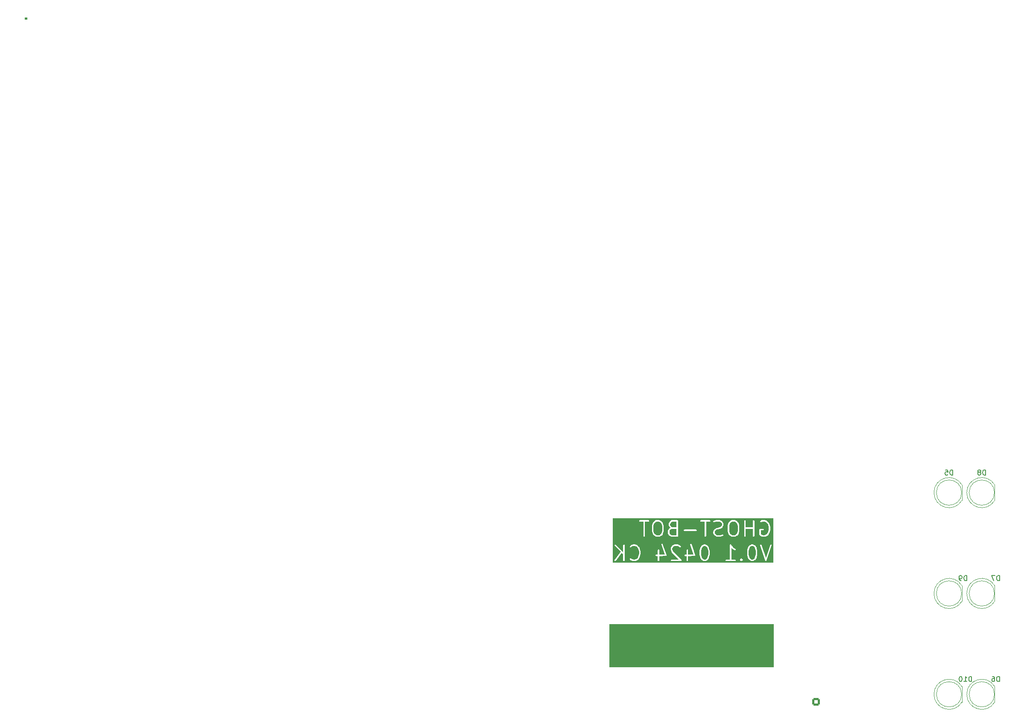
<source format=gbo>
%TF.GenerationSoftware,KiCad,Pcbnew,8.0.0*%
%TF.CreationDate,2024-04-12T21:24:50+10:00*%
%TF.ProjectId,ghost-bot,67686f73-742d-4626-9f74-2e6b69636164,rev?*%
%TF.SameCoordinates,Original*%
%TF.FileFunction,Legend,Bot*%
%TF.FilePolarity,Positive*%
%FSLAX46Y46*%
G04 Gerber Fmt 4.6, Leading zero omitted, Abs format (unit mm)*
G04 Created by KiCad (PCBNEW 8.0.0) date 2024-04-12 21:24:50*
%MOMM*%
%LPD*%
G01*
G04 APERTURE LIST*
G04 Aperture macros list*
%AMRoundRect*
0 Rectangle with rounded corners*
0 $1 Rounding radius*
0 $2 $3 $4 $5 $6 $7 $8 $9 X,Y pos of 4 corners*
0 Add a 4 corners polygon primitive as box body*
4,1,4,$2,$3,$4,$5,$6,$7,$8,$9,$2,$3,0*
0 Add four circle primitives for the rounded corners*
1,1,$1+$1,$2,$3*
1,1,$1+$1,$4,$5*
1,1,$1+$1,$6,$7*
1,1,$1+$1,$8,$9*
0 Add four rect primitives between the rounded corners*
20,1,$1+$1,$2,$3,$4,$5,0*
20,1,$1+$1,$4,$5,$6,$7,0*
20,1,$1+$1,$6,$7,$8,$9,0*
20,1,$1+$1,$8,$9,$2,$3,0*%
G04 Aperture macros list end*
%ADD10C,0.100000*%
%ADD11C,0.300000*%
%ADD12C,0.200000*%
%ADD13C,0.150000*%
%ADD14C,0.120000*%
%ADD15RoundRect,0.450000X-0.450000X-0.450000X0.450000X-0.450000X0.450000X0.450000X-0.450000X0.450000X0*%
%ADD16C,1.800000*%
%ADD17C,1.500000*%
%ADD18RoundRect,0.250000X-0.550000X0.550000X-0.550000X-0.550000X0.550000X-0.550000X0.550000X0.550000X0*%
%ADD19C,1.600000*%
%ADD20R,1.600000X1.600000*%
%ADD21O,1.600000X1.600000*%
%ADD22R,1.700000X1.700000*%
%ADD23O,1.700000X1.700000*%
%ADD24R,1.800000X1.800000*%
%ADD25C,2.000000*%
%ADD26O,2.500000X5.000000*%
%ADD27C,2.700000*%
G04 APERTURE END LIST*
D10*
X115685000Y-120060000D02*
X148185000Y-120060000D01*
X148185000Y-128560000D01*
X115685000Y-128560000D01*
X115685000Y-120060000D01*
G36*
X115685000Y-120060000D02*
G01*
X148185000Y-120060000D01*
X148185000Y-128560000D01*
X115685000Y-128560000D01*
X115685000Y-120060000D01*
G37*
D11*
G36*
X134894059Y-104688365D02*
G01*
X135004518Y-104796106D01*
X135129171Y-105040345D01*
X135266233Y-105577933D01*
X135268859Y-106255456D01*
X135137166Y-106792861D01*
X135012236Y-107047970D01*
X134904497Y-107158428D01*
X134671118Y-107277538D01*
X134455550Y-107279511D01*
X134224061Y-107166147D01*
X134113603Y-107058407D01*
X133988948Y-106814166D01*
X133851886Y-106276579D01*
X133849260Y-105599056D01*
X133980954Y-105061650D01*
X134105882Y-104806545D01*
X134213624Y-104696084D01*
X134447001Y-104576975D01*
X134662569Y-104575002D01*
X134894059Y-104688365D01*
G37*
G36*
X144322630Y-104688365D02*
G01*
X144433089Y-104796106D01*
X144557742Y-105040345D01*
X144694804Y-105577933D01*
X144697430Y-106255456D01*
X144565737Y-106792861D01*
X144440807Y-107047970D01*
X144333068Y-107158428D01*
X144099689Y-107277538D01*
X143884121Y-107279511D01*
X143652632Y-107166147D01*
X143542174Y-107058407D01*
X143417519Y-106814166D01*
X143280457Y-106276579D01*
X143277831Y-105599056D01*
X143409525Y-105061650D01*
X143534453Y-104806545D01*
X143642195Y-104696084D01*
X143875572Y-104576975D01*
X144091140Y-104575002D01*
X144322630Y-104688365D01*
G37*
G36*
X125750915Y-99858393D02*
G01*
X125994158Y-100098421D01*
X126123367Y-100605211D01*
X126126064Y-101568228D01*
X125998411Y-102089146D01*
X125762619Y-102328096D01*
X125528526Y-102447571D01*
X125027583Y-102449974D01*
X124795776Y-102336456D01*
X124552533Y-102096426D01*
X124423324Y-101589637D01*
X124420627Y-100626620D01*
X124548280Y-100105701D01*
X124784071Y-99866753D01*
X125018165Y-99747278D01*
X125519108Y-99744875D01*
X125750915Y-99858393D01*
G37*
G36*
X128983200Y-102447787D02*
G01*
X128027912Y-102450136D01*
X127795489Y-102336316D01*
X127685030Y-102228575D01*
X127566010Y-101995371D01*
X127563755Y-101637167D01*
X127677311Y-101405282D01*
X127778932Y-101301098D01*
X128147010Y-101175949D01*
X128981988Y-101173611D01*
X128983200Y-102447787D01*
G37*
G36*
X128981705Y-100876412D02*
G01*
X128170721Y-100878683D01*
X127938346Y-100764886D01*
X127827888Y-100657147D01*
X127708778Y-100423769D01*
X127706805Y-100208200D01*
X127820169Y-99976711D01*
X127927909Y-99866252D01*
X128160902Y-99747339D01*
X128980629Y-99745044D01*
X128981705Y-100876412D01*
G37*
G36*
X140750915Y-99858393D02*
G01*
X140994158Y-100098421D01*
X141123367Y-100605211D01*
X141126064Y-101568228D01*
X140998411Y-102089146D01*
X140762619Y-102328096D01*
X140528526Y-102447571D01*
X140027583Y-102449974D01*
X139795776Y-102336456D01*
X139552533Y-102096426D01*
X139423324Y-101589637D01*
X139420627Y-100626620D01*
X139548280Y-100105701D01*
X139784071Y-99866753D01*
X140018165Y-99747278D01*
X140519108Y-99744875D01*
X140750915Y-99858393D01*
G37*
G36*
X148184073Y-107910590D02*
G01*
X116361663Y-107910590D01*
X116361663Y-107419094D01*
X116694996Y-107419094D01*
X116703273Y-107477031D01*
X116733092Y-107527393D01*
X116779914Y-107562510D01*
X116836611Y-107577035D01*
X116894548Y-107568758D01*
X116944910Y-107538939D01*
X116964774Y-107517257D01*
X118146263Y-105937575D01*
X118410747Y-106201438D01*
X118411942Y-107456521D01*
X118434340Y-107510593D01*
X118475724Y-107551977D01*
X118529796Y-107574375D01*
X118588324Y-107574375D01*
X118642396Y-107551977D01*
X118683780Y-107510593D01*
X118706178Y-107456521D01*
X118709060Y-107427257D01*
X118708816Y-107170804D01*
X119697656Y-107170804D01*
X119720053Y-107224877D01*
X119738708Y-107247608D01*
X119867625Y-107373353D01*
X119869132Y-107376367D01*
X119883414Y-107388754D01*
X119904295Y-107409121D01*
X119909276Y-107411184D01*
X119913346Y-107414714D01*
X119940197Y-107426703D01*
X120367208Y-107566202D01*
X120386939Y-107574375D01*
X120394507Y-107575120D01*
X120397442Y-107576079D01*
X120401391Y-107575798D01*
X120416203Y-107577257D01*
X120700633Y-107574654D01*
X120720678Y-107576079D01*
X120728045Y-107574403D01*
X120731181Y-107574375D01*
X120734843Y-107572857D01*
X120749351Y-107569559D01*
X121155350Y-107431518D01*
X121159751Y-107431518D01*
X121179916Y-107423165D01*
X121204773Y-107414714D01*
X121208843Y-107411183D01*
X121213823Y-107409121D01*
X121236554Y-107390466D01*
X121518773Y-107104467D01*
X121534702Y-107090653D01*
X121538748Y-107084224D01*
X121540924Y-107082020D01*
X121542439Y-107078360D01*
X121550367Y-107065767D01*
X121686050Y-106788700D01*
X121694688Y-106777043D01*
X121702587Y-106754931D01*
X121703734Y-106752590D01*
X121703810Y-106751506D01*
X121704581Y-106749351D01*
X121776340Y-106456521D01*
X124840513Y-106456521D01*
X124862911Y-106510593D01*
X124904295Y-106551977D01*
X124958367Y-106574375D01*
X124987631Y-106577257D01*
X125267835Y-106576828D01*
X125269085Y-107456521D01*
X125291483Y-107510593D01*
X125332867Y-107551977D01*
X125386939Y-107574375D01*
X125445467Y-107574375D01*
X125499539Y-107551977D01*
X125540923Y-107510593D01*
X125563321Y-107456521D01*
X125566203Y-107427257D01*
X125564994Y-106576374D01*
X126840275Y-106574426D01*
X126863535Y-106576080D01*
X126868625Y-106574383D01*
X126874038Y-106574375D01*
X126896240Y-106565178D01*
X126919059Y-106557572D01*
X126923132Y-106554038D01*
X126928110Y-106551977D01*
X126945104Y-106534982D01*
X126963274Y-106519224D01*
X126965684Y-106514402D01*
X126969494Y-106510593D01*
X126978692Y-106488386D01*
X126989447Y-106466877D01*
X126989829Y-106461500D01*
X126991892Y-106456521D01*
X126991892Y-106432482D01*
X126993597Y-106408497D01*
X126991892Y-106400998D01*
X126991892Y-106397993D01*
X126990376Y-106394335D01*
X126987077Y-106379823D01*
X126524763Y-104998685D01*
X127837631Y-104998685D01*
X127840233Y-105283116D01*
X127838809Y-105303161D01*
X127840484Y-105310528D01*
X127840513Y-105313664D01*
X127842030Y-105317326D01*
X127845329Y-105331834D01*
X127983370Y-105737832D01*
X127983370Y-105742234D01*
X127991722Y-105762399D01*
X128000174Y-105787256D01*
X128003704Y-105791326D01*
X128005767Y-105796306D01*
X128024422Y-105819037D01*
X129486620Y-107277804D01*
X127958367Y-107280139D01*
X127904295Y-107302537D01*
X127862911Y-107343921D01*
X127840513Y-107397993D01*
X127840513Y-107456521D01*
X127862911Y-107510593D01*
X127904295Y-107551977D01*
X127958367Y-107574375D01*
X127987631Y-107577257D01*
X129874038Y-107574375D01*
X129889874Y-107567814D01*
X129928110Y-107551978D01*
X129969495Y-107510593D01*
X129991892Y-107456520D01*
X129991892Y-107397994D01*
X129984365Y-107379823D01*
X129979359Y-107367736D01*
X129969495Y-107343922D01*
X129950840Y-107321191D01*
X129084136Y-106456521D01*
X130554799Y-106456521D01*
X130577197Y-106510593D01*
X130618581Y-106551977D01*
X130672653Y-106574375D01*
X130701917Y-106577257D01*
X130982121Y-106576828D01*
X130983371Y-107456521D01*
X131005769Y-107510593D01*
X131047153Y-107551977D01*
X131101225Y-107574375D01*
X131159753Y-107574375D01*
X131213825Y-107551977D01*
X131255209Y-107510593D01*
X131277607Y-107456521D01*
X131280489Y-107427257D01*
X131279280Y-106576374D01*
X132554561Y-106574426D01*
X132577821Y-106576080D01*
X132582911Y-106574383D01*
X132588324Y-106574375D01*
X132610526Y-106565178D01*
X132633345Y-106557572D01*
X132637418Y-106554038D01*
X132642396Y-106551977D01*
X132659390Y-106534982D01*
X132677560Y-106519224D01*
X132679970Y-106514402D01*
X132683780Y-106510593D01*
X132692978Y-106488386D01*
X132703733Y-106466877D01*
X132704115Y-106461500D01*
X132706178Y-106456521D01*
X132706178Y-106432482D01*
X132707883Y-106408497D01*
X132706178Y-106400998D01*
X132706178Y-106397993D01*
X132704662Y-106394335D01*
X132701363Y-106379823D01*
X132430326Y-105570114D01*
X133551917Y-105570114D01*
X133554647Y-106274533D01*
X133552094Y-106291691D01*
X133554784Y-106309882D01*
X133554799Y-106313664D01*
X133555646Y-106315708D01*
X133556396Y-106320780D01*
X133699014Y-106880163D01*
X133700101Y-106895447D01*
X133708522Y-106917455D01*
X133709146Y-106919900D01*
X133709791Y-106920771D01*
X133710610Y-106922910D01*
X133855090Y-107205996D01*
X133862911Y-107224877D01*
X133867713Y-107230728D01*
X133869133Y-107233510D01*
X133872126Y-107236106D01*
X133881566Y-107247608D01*
X134026150Y-107388635D01*
X134038521Y-107402899D01*
X134044873Y-107406897D01*
X134047153Y-107409121D01*
X134050815Y-107410637D01*
X134063407Y-107418564D01*
X134330016Y-107549126D01*
X134332867Y-107551977D01*
X134352138Y-107559959D01*
X134376584Y-107571931D01*
X134381961Y-107572313D01*
X134386939Y-107574375D01*
X134416203Y-107577257D01*
X134679462Y-107574848D01*
X134683155Y-107576079D01*
X134703583Y-107574627D01*
X134731181Y-107574375D01*
X134736159Y-107572312D01*
X134741535Y-107571931D01*
X134768999Y-107561421D01*
X134974535Y-107456521D01*
X138697656Y-107456521D01*
X138720054Y-107510593D01*
X138761438Y-107551977D01*
X138815510Y-107574375D01*
X138844774Y-107577257D01*
X140588324Y-107574375D01*
X140642396Y-107551977D01*
X140683780Y-107510593D01*
X140706178Y-107456521D01*
X140706178Y-107397993D01*
X140683780Y-107343921D01*
X140653522Y-107313663D01*
X141554799Y-107313663D01*
X141577196Y-107367736D01*
X141577200Y-107367740D01*
X141595851Y-107390466D01*
X141761438Y-107551978D01*
X141799673Y-107567814D01*
X141815510Y-107574375D01*
X141815511Y-107574375D01*
X141874037Y-107574375D01*
X141874038Y-107574375D01*
X141905311Y-107561421D01*
X141928109Y-107551978D01*
X141950840Y-107533323D01*
X142112352Y-107367736D01*
X142134749Y-107313663D01*
X142134749Y-107255137D01*
X142112352Y-107201065D01*
X142093697Y-107178334D01*
X141928110Y-107016821D01*
X141880346Y-106997037D01*
X141874038Y-106994424D01*
X141815510Y-106994424D01*
X141809202Y-106997037D01*
X141761438Y-107016821D01*
X141738708Y-107035476D01*
X141577196Y-107201065D01*
X141554799Y-107255138D01*
X141554799Y-107313663D01*
X140653522Y-107313663D01*
X140642396Y-107302537D01*
X140588324Y-107280139D01*
X140559060Y-107277257D01*
X139851775Y-107278426D01*
X139850150Y-105570114D01*
X142980488Y-105570114D01*
X142983218Y-106274533D01*
X142980665Y-106291691D01*
X142983355Y-106309882D01*
X142983370Y-106313664D01*
X142984217Y-106315708D01*
X142984967Y-106320780D01*
X143127585Y-106880163D01*
X143128672Y-106895447D01*
X143137093Y-106917455D01*
X143137717Y-106919900D01*
X143138362Y-106920771D01*
X143139181Y-106922910D01*
X143283661Y-107205996D01*
X143291482Y-107224877D01*
X143296284Y-107230728D01*
X143297704Y-107233510D01*
X143300697Y-107236106D01*
X143310137Y-107247608D01*
X143454721Y-107388635D01*
X143467092Y-107402899D01*
X143473444Y-107406897D01*
X143475724Y-107409121D01*
X143479386Y-107410637D01*
X143491978Y-107418564D01*
X143758587Y-107549126D01*
X143761438Y-107551977D01*
X143780709Y-107559959D01*
X143805155Y-107571931D01*
X143810532Y-107572313D01*
X143815510Y-107574375D01*
X143844774Y-107577257D01*
X144108033Y-107574848D01*
X144111726Y-107576079D01*
X144132154Y-107574627D01*
X144159752Y-107574375D01*
X144164730Y-107572312D01*
X144170106Y-107571931D01*
X144197570Y-107561421D01*
X144480651Y-107416944D01*
X144499539Y-107409121D01*
X144505391Y-107404317D01*
X144508171Y-107402899D01*
X144510766Y-107399906D01*
X144522269Y-107390466D01*
X144663291Y-107245883D01*
X144677559Y-107233510D01*
X144681559Y-107227154D01*
X144683781Y-107224877D01*
X144685296Y-107221217D01*
X144693224Y-107208624D01*
X144828907Y-106931557D01*
X144837545Y-106919900D01*
X144845444Y-106897788D01*
X144846591Y-106895447D01*
X144846667Y-106894363D01*
X144847438Y-106892208D01*
X144985330Y-106329503D01*
X144991892Y-106313664D01*
X144993692Y-106295382D01*
X144994597Y-106291691D01*
X144994271Y-106289503D01*
X144994774Y-106284400D01*
X144992043Y-105579979D01*
X144994597Y-105562822D01*
X144991906Y-105544630D01*
X144991892Y-105540850D01*
X144991045Y-105538805D01*
X144990295Y-105533733D01*
X144847677Y-104974353D01*
X144846591Y-104959066D01*
X144838167Y-104937056D01*
X144837545Y-104934613D01*
X144836899Y-104933741D01*
X144836081Y-104931603D01*
X144691604Y-104648522D01*
X144683781Y-104629635D01*
X144678977Y-104623782D01*
X144677559Y-104621003D01*
X144674566Y-104618407D01*
X144665126Y-104606905D01*
X144520545Y-104465883D01*
X144508171Y-104451615D01*
X144501815Y-104447614D01*
X144500179Y-104446018D01*
X145553095Y-104446018D01*
X145559615Y-104474691D01*
X146556496Y-107456358D01*
X146557244Y-107466877D01*
X146565601Y-107483591D01*
X146571603Y-107501542D01*
X146578625Y-107509639D01*
X146583418Y-107519224D01*
X146597624Y-107531545D01*
X146609950Y-107545757D01*
X146619537Y-107550550D01*
X146627632Y-107557571D01*
X146645474Y-107563518D01*
X146662298Y-107571930D01*
X146672988Y-107572689D01*
X146683156Y-107576079D01*
X146701912Y-107574746D01*
X146720678Y-107576080D01*
X146730849Y-107572689D01*
X146741537Y-107571930D01*
X146758354Y-107563521D01*
X146776202Y-107557572D01*
X146784301Y-107550547D01*
X146793884Y-107545756D01*
X146806204Y-107531550D01*
X146820417Y-107519224D01*
X146825210Y-107509636D01*
X146832231Y-107501542D01*
X146844219Y-107474691D01*
X147850740Y-104446017D01*
X147846590Y-104387637D01*
X147820417Y-104335290D01*
X147776202Y-104296942D01*
X147720678Y-104278434D01*
X147662298Y-104282584D01*
X147609950Y-104308757D01*
X147571603Y-104352972D01*
X147559615Y-104379823D01*
X146702998Y-106957429D01*
X145832231Y-104352972D01*
X145793884Y-104308758D01*
X145741537Y-104282584D01*
X145683156Y-104278435D01*
X145627632Y-104296943D01*
X145583418Y-104335290D01*
X145557244Y-104387637D01*
X145553095Y-104446018D01*
X144500179Y-104446018D01*
X144499538Y-104445393D01*
X144495878Y-104443877D01*
X144483285Y-104435950D01*
X144216675Y-104305388D01*
X144213824Y-104302537D01*
X144194546Y-104294551D01*
X144170106Y-104282583D01*
X144164730Y-104282201D01*
X144159752Y-104280139D01*
X144130488Y-104277257D01*
X143867228Y-104279665D01*
X143863536Y-104278435D01*
X143843106Y-104279886D01*
X143815510Y-104280139D01*
X143810532Y-104282200D01*
X143805155Y-104282583D01*
X143777692Y-104293093D01*
X143494611Y-104437569D01*
X143475724Y-104445393D01*
X143469871Y-104450196D01*
X143467092Y-104451615D01*
X143464496Y-104454607D01*
X143452994Y-104464048D01*
X143311972Y-104608628D01*
X143297704Y-104621003D01*
X143293703Y-104627358D01*
X143291482Y-104629636D01*
X143289966Y-104633295D01*
X143282039Y-104645889D01*
X143146356Y-104922954D01*
X143137717Y-104934614D01*
X143129812Y-104956737D01*
X143128672Y-104959066D01*
X143128595Y-104960143D01*
X143127823Y-104962305D01*
X142989930Y-105525011D01*
X142983370Y-105540850D01*
X142981569Y-105559131D01*
X142980665Y-105562823D01*
X142980990Y-105565010D01*
X142980488Y-105570114D01*
X139850150Y-105570114D01*
X139849526Y-104914436D01*
X139857670Y-104926513D01*
X139862910Y-104939164D01*
X139881362Y-104961647D01*
X139881454Y-104961783D01*
X139881498Y-104961812D01*
X139881565Y-104961894D01*
X140167561Y-105244110D01*
X140181378Y-105260041D01*
X140187806Y-105264087D01*
X140190011Y-105266263D01*
X140193670Y-105267778D01*
X140206264Y-105275706D01*
X140519441Y-105429073D01*
X140577821Y-105433222D01*
X140633343Y-105414714D01*
X140677558Y-105376368D01*
X140703733Y-105324019D01*
X140707882Y-105265639D01*
X140689374Y-105210116D01*
X140651028Y-105165901D01*
X140626142Y-105150236D01*
X140367206Y-105023431D01*
X140111244Y-104770853D01*
X139831875Y-104356567D01*
X139826637Y-104343921D01*
X139816536Y-104333820D01*
X139808094Y-104321301D01*
X139795751Y-104313035D01*
X139785253Y-104302537D01*
X139771676Y-104296913D01*
X139759464Y-104288735D01*
X139744901Y-104285822D01*
X139731181Y-104280139D01*
X139716485Y-104280139D01*
X139702075Y-104277257D01*
X139687506Y-104280139D01*
X139672653Y-104280139D01*
X139659074Y-104285763D01*
X139644660Y-104288615D01*
X139632302Y-104296853D01*
X139618581Y-104302537D01*
X139608191Y-104312926D01*
X139595961Y-104321080D01*
X139587695Y-104333422D01*
X139577197Y-104343921D01*
X139571573Y-104357497D01*
X139563395Y-104369710D01*
X139560482Y-104384272D01*
X139554799Y-104397993D01*
X139551947Y-104426945D01*
X139551917Y-104427099D01*
X139551927Y-104427151D01*
X139551917Y-104427257D01*
X139554630Y-107278917D01*
X138815510Y-107280139D01*
X138761438Y-107302537D01*
X138720054Y-107343921D01*
X138697656Y-107397993D01*
X138697656Y-107456521D01*
X134974535Y-107456521D01*
X135052080Y-107416944D01*
X135070968Y-107409121D01*
X135076820Y-107404317D01*
X135079600Y-107402899D01*
X135082195Y-107399906D01*
X135093698Y-107390466D01*
X135234720Y-107245883D01*
X135248988Y-107233510D01*
X135252988Y-107227154D01*
X135255210Y-107224877D01*
X135256725Y-107221217D01*
X135264653Y-107208624D01*
X135400336Y-106931557D01*
X135408974Y-106919900D01*
X135416873Y-106897788D01*
X135418020Y-106895447D01*
X135418096Y-106894363D01*
X135418867Y-106892208D01*
X135556759Y-106329503D01*
X135563321Y-106313664D01*
X135565121Y-106295382D01*
X135566026Y-106291691D01*
X135565700Y-106289503D01*
X135566203Y-106284400D01*
X135563472Y-105579979D01*
X135566026Y-105562822D01*
X135563335Y-105544630D01*
X135563321Y-105540850D01*
X135562474Y-105538805D01*
X135561724Y-105533733D01*
X135419106Y-104974353D01*
X135418020Y-104959066D01*
X135409596Y-104937056D01*
X135408974Y-104934613D01*
X135408328Y-104933741D01*
X135407510Y-104931603D01*
X135263033Y-104648522D01*
X135255210Y-104629635D01*
X135250406Y-104623782D01*
X135248988Y-104621003D01*
X135245995Y-104618407D01*
X135236555Y-104606905D01*
X135091974Y-104465883D01*
X135079600Y-104451615D01*
X135073244Y-104447614D01*
X135070967Y-104445393D01*
X135067307Y-104443877D01*
X135054714Y-104435950D01*
X134788104Y-104305388D01*
X134785253Y-104302537D01*
X134765975Y-104294551D01*
X134741535Y-104282583D01*
X134736159Y-104282201D01*
X134731181Y-104280139D01*
X134701917Y-104277257D01*
X134438657Y-104279665D01*
X134434965Y-104278435D01*
X134414535Y-104279886D01*
X134386939Y-104280139D01*
X134381961Y-104282200D01*
X134376584Y-104282583D01*
X134349121Y-104293093D01*
X134066040Y-104437569D01*
X134047153Y-104445393D01*
X134041300Y-104450196D01*
X134038521Y-104451615D01*
X134035925Y-104454607D01*
X134024423Y-104464048D01*
X133883401Y-104608628D01*
X133869133Y-104621003D01*
X133865132Y-104627358D01*
X133862911Y-104629636D01*
X133861395Y-104633295D01*
X133853468Y-104645889D01*
X133717785Y-104922954D01*
X133709146Y-104934614D01*
X133701241Y-104956737D01*
X133700101Y-104959066D01*
X133700024Y-104960143D01*
X133699252Y-104962305D01*
X133561359Y-105525011D01*
X133554799Y-105540850D01*
X133552998Y-105559131D01*
X133552094Y-105562823D01*
X133552419Y-105565010D01*
X133551917Y-105570114D01*
X132430326Y-105570114D01*
X131975088Y-104210115D01*
X131936741Y-104165901D01*
X131884394Y-104139727D01*
X131826013Y-104135578D01*
X131770489Y-104154086D01*
X131726275Y-104192433D01*
X131700101Y-104244780D01*
X131695952Y-104303161D01*
X131702472Y-104331834D01*
X132353775Y-106277570D01*
X131278858Y-106279212D01*
X131277607Y-105397993D01*
X131255209Y-105343921D01*
X131213825Y-105302537D01*
X131159753Y-105280139D01*
X131101225Y-105280139D01*
X131047153Y-105302537D01*
X131005769Y-105343921D01*
X130983371Y-105397993D01*
X130980489Y-105427257D01*
X130981699Y-106279666D01*
X130672653Y-106280139D01*
X130618581Y-106302537D01*
X130577197Y-106343921D01*
X130554799Y-106397993D01*
X130554799Y-106456521D01*
X129084136Y-106456521D01*
X128263292Y-105637603D01*
X128137476Y-105267561D01*
X128135376Y-105038032D01*
X128248740Y-104806543D01*
X128356480Y-104696084D01*
X128589537Y-104577138D01*
X129233265Y-104574643D01*
X129465487Y-104688366D01*
X129618581Y-104837692D01*
X129672654Y-104860089D01*
X129731180Y-104860089D01*
X129785252Y-104837692D01*
X129826638Y-104796306D01*
X129849035Y-104742234D01*
X129849035Y-104683708D01*
X129826638Y-104629635D01*
X129807983Y-104606905D01*
X129663402Y-104465883D01*
X129651028Y-104451615D01*
X129644672Y-104447614D01*
X129642395Y-104445393D01*
X129638735Y-104443877D01*
X129626142Y-104435950D01*
X129359532Y-104305387D01*
X129356682Y-104302537D01*
X129337410Y-104294554D01*
X129312965Y-104282583D01*
X129307587Y-104282200D01*
X129302610Y-104280139D01*
X129273346Y-104277257D01*
X128582323Y-104279935D01*
X128577822Y-104278435D01*
X128555226Y-104280040D01*
X128529796Y-104280139D01*
X128524818Y-104282200D01*
X128519441Y-104282583D01*
X128491978Y-104293093D01*
X128208892Y-104437572D01*
X128190011Y-104445393D01*
X128184158Y-104450195D01*
X128181378Y-104451615D01*
X128178781Y-104454608D01*
X128167280Y-104464048D01*
X128026252Y-104608632D01*
X128011989Y-104621003D01*
X128007990Y-104627355D01*
X128005767Y-104629635D01*
X128004250Y-104633297D01*
X127996324Y-104645889D01*
X127865761Y-104912498D01*
X127862911Y-104915349D01*
X127854931Y-104934614D01*
X127842957Y-104959066D01*
X127842574Y-104964443D01*
X127840513Y-104969421D01*
X127837631Y-104998685D01*
X126524763Y-104998685D01*
X126260802Y-104210115D01*
X126222455Y-104165901D01*
X126170108Y-104139727D01*
X126111727Y-104135578D01*
X126056203Y-104154086D01*
X126011989Y-104192433D01*
X125985815Y-104244780D01*
X125981666Y-104303161D01*
X125988186Y-104331834D01*
X126639489Y-106277570D01*
X125564572Y-106279212D01*
X125563321Y-105397993D01*
X125540923Y-105343921D01*
X125499539Y-105302537D01*
X125445467Y-105280139D01*
X125386939Y-105280139D01*
X125332867Y-105302537D01*
X125291483Y-105343921D01*
X125269085Y-105397993D01*
X125266203Y-105427257D01*
X125267413Y-106279666D01*
X124958367Y-106280139D01*
X124904295Y-106302537D01*
X124862911Y-106343921D01*
X124840513Y-106397993D01*
X124840513Y-106456521D01*
X121776340Y-106456521D01*
X121842474Y-106186643D01*
X121849035Y-106170806D01*
X121850835Y-106152525D01*
X121851740Y-106148834D01*
X121851414Y-106146645D01*
X121851917Y-106141542D01*
X121849277Y-105722226D01*
X121851740Y-105705679D01*
X121849059Y-105687552D01*
X121849035Y-105683707D01*
X121848188Y-105681662D01*
X121847438Y-105676590D01*
X121704820Y-105117210D01*
X121703734Y-105101923D01*
X121695310Y-105079913D01*
X121694688Y-105077470D01*
X121694042Y-105076598D01*
X121693224Y-105074460D01*
X121548747Y-104791379D01*
X121540924Y-104772492D01*
X121536120Y-104766639D01*
X121534702Y-104763860D01*
X121531709Y-104761264D01*
X121522269Y-104749762D01*
X121250906Y-104481986D01*
X121248987Y-104478147D01*
X121232706Y-104464026D01*
X121213823Y-104445393D01*
X121208843Y-104443330D01*
X121204773Y-104439800D01*
X121177922Y-104427811D01*
X120750911Y-104288312D01*
X120731181Y-104280139D01*
X120723612Y-104279393D01*
X120720678Y-104278435D01*
X120716728Y-104278715D01*
X120701917Y-104277257D01*
X120417485Y-104279859D01*
X120397442Y-104278435D01*
X120390074Y-104280110D01*
X120386939Y-104280139D01*
X120383276Y-104281656D01*
X120368769Y-104284955D01*
X119962769Y-104422996D01*
X119958368Y-104422996D01*
X119938199Y-104431349D01*
X119913346Y-104439800D01*
X119909276Y-104443329D01*
X119904295Y-104445393D01*
X119881565Y-104464048D01*
X119720053Y-104629636D01*
X119697656Y-104683708D01*
X119697656Y-104742234D01*
X119720053Y-104796306D01*
X119761439Y-104837692D01*
X119815511Y-104860089D01*
X119874037Y-104860089D01*
X119928109Y-104837692D01*
X119950840Y-104819037D01*
X120064646Y-104702359D01*
X120433041Y-104577102D01*
X120670912Y-104574926D01*
X121045986Y-104697459D01*
X121289731Y-104937983D01*
X121414885Y-105183202D01*
X121551966Y-105720866D01*
X121554436Y-106113155D01*
X121422880Y-106650005D01*
X121298090Y-106904826D01*
X121054311Y-107151870D01*
X120685078Y-107277411D01*
X120447210Y-107279587D01*
X120071754Y-107156931D01*
X119928110Y-107016821D01*
X119874037Y-106994424D01*
X119815512Y-106994424D01*
X119761439Y-107016821D01*
X119720053Y-107058206D01*
X119697656Y-107112279D01*
X119697656Y-107170804D01*
X118708816Y-107170804D01*
X118706178Y-104397993D01*
X118683780Y-104343921D01*
X118642396Y-104302537D01*
X118588324Y-104280139D01*
X118529796Y-104280139D01*
X118475724Y-104302537D01*
X118434340Y-104343921D01*
X118411942Y-104397993D01*
X118409060Y-104427257D01*
X118410348Y-105781296D01*
X118243150Y-105614490D01*
X118242170Y-105612835D01*
X118239433Y-105610782D01*
X116928109Y-104302536D01*
X116874037Y-104280139D01*
X116815511Y-104280139D01*
X116761439Y-104302536D01*
X116720053Y-104343922D01*
X116697656Y-104397994D01*
X116697656Y-104456520D01*
X116720053Y-104510592D01*
X116738708Y-104533323D01*
X117933754Y-105725565D01*
X116709521Y-107362397D01*
X116694996Y-107419094D01*
X116361663Y-107419094D01*
X116361663Y-99626689D01*
X121554800Y-99626689D01*
X121577198Y-99680761D01*
X121618582Y-99722145D01*
X121672654Y-99744543D01*
X121701918Y-99747425D01*
X122409201Y-99746255D01*
X122411942Y-102626689D01*
X122434340Y-102680761D01*
X122475724Y-102722145D01*
X122529796Y-102744543D01*
X122588324Y-102744543D01*
X122642396Y-102722145D01*
X122683780Y-102680761D01*
X122706178Y-102626689D01*
X122709060Y-102597425D01*
X122707157Y-100597425D01*
X124123346Y-100597425D01*
X124126117Y-101587280D01*
X124123523Y-101604716D01*
X124126217Y-101622935D01*
X124126228Y-101626689D01*
X124127075Y-101628733D01*
X124127825Y-101633805D01*
X124269085Y-102187858D01*
X124269085Y-102198116D01*
X124275887Y-102214537D01*
X124280575Y-102232925D01*
X124287214Y-102241886D01*
X124291482Y-102252188D01*
X124310137Y-102274919D01*
X124596139Y-102557143D01*
X124609949Y-102573067D01*
X124616374Y-102577111D01*
X124618581Y-102579289D01*
X124622243Y-102580805D01*
X124634835Y-102588732D01*
X124901444Y-102719293D01*
X124904296Y-102722145D01*
X124923573Y-102730130D01*
X124948014Y-102742099D01*
X124953389Y-102742480D01*
X124958368Y-102744543D01*
X124987632Y-102747425D01*
X125535940Y-102744794D01*
X125540298Y-102746247D01*
X125562539Y-102744666D01*
X125588324Y-102744543D01*
X125593302Y-102742480D01*
X125598678Y-102742099D01*
X125626142Y-102731589D01*
X125909223Y-102587112D01*
X125928111Y-102579289D01*
X125933963Y-102574485D01*
X125936743Y-102573067D01*
X125939338Y-102570074D01*
X125950841Y-102560634D01*
X126222795Y-102285036D01*
X126231273Y-102279950D01*
X126241696Y-102265882D01*
X126255210Y-102252188D01*
X126259477Y-102241886D01*
X126266117Y-102232925D01*
X126276010Y-102205233D01*
X126413902Y-101642528D01*
X126420464Y-101626689D01*
X126422264Y-101608407D01*
X126423169Y-101604716D01*
X126422843Y-101602528D01*
X126423346Y-101597425D01*
X127266203Y-101597425D01*
X127268756Y-102003107D01*
X127267381Y-102007234D01*
X127268918Y-102028879D01*
X127269085Y-102055260D01*
X127271146Y-102060237D01*
X127271529Y-102065615D01*
X127282039Y-102093078D01*
X127426518Y-102376163D01*
X127434339Y-102395045D01*
X127439141Y-102400897D01*
X127440561Y-102403678D01*
X127443554Y-102406274D01*
X127452994Y-102417776D01*
X127597578Y-102558803D01*
X127609949Y-102573067D01*
X127616301Y-102577065D01*
X127618581Y-102579289D01*
X127622243Y-102580805D01*
X127634835Y-102588732D01*
X127901444Y-102719293D01*
X127904296Y-102722145D01*
X127923573Y-102730130D01*
X127948014Y-102742099D01*
X127953389Y-102742480D01*
X127958368Y-102744543D01*
X127987632Y-102747425D01*
X129159753Y-102744543D01*
X129213825Y-102722145D01*
X129255209Y-102680761D01*
X129277607Y-102626689D01*
X129280489Y-102597425D01*
X129279430Y-101483832D01*
X130411943Y-101483832D01*
X130434341Y-101537904D01*
X130475725Y-101579288D01*
X130529797Y-101601686D01*
X130559061Y-101604568D01*
X132874039Y-101601686D01*
X132928111Y-101579288D01*
X132969495Y-101537904D01*
X132991893Y-101483832D01*
X132991893Y-101425304D01*
X132969495Y-101371232D01*
X132928111Y-101329848D01*
X132874039Y-101307450D01*
X132844775Y-101304568D01*
X130529797Y-101307450D01*
X130475725Y-101329848D01*
X130434341Y-101371232D01*
X130411943Y-101425304D01*
X130411943Y-101483832D01*
X129279430Y-101483832D01*
X129277663Y-99626689D01*
X133697657Y-99626689D01*
X133720055Y-99680761D01*
X133761439Y-99722145D01*
X133815511Y-99744543D01*
X133844775Y-99747425D01*
X134552058Y-99746255D01*
X134554799Y-102626689D01*
X134577197Y-102680761D01*
X134618581Y-102722145D01*
X134672653Y-102744543D01*
X134731181Y-102744543D01*
X134785253Y-102722145D01*
X134826637Y-102680761D01*
X134849035Y-102626689D01*
X134851917Y-102597425D01*
X134851101Y-101740282D01*
X136266203Y-101740282D01*
X136268611Y-102003541D01*
X136267381Y-102007234D01*
X136268832Y-102027663D01*
X136269085Y-102055260D01*
X136271146Y-102060237D01*
X136271529Y-102065615D01*
X136282039Y-102093078D01*
X136426517Y-102376161D01*
X136434339Y-102395045D01*
X136439141Y-102400897D01*
X136440561Y-102403678D01*
X136443554Y-102406274D01*
X136452994Y-102417776D01*
X136597575Y-102558798D01*
X136609950Y-102573067D01*
X136616305Y-102577067D01*
X136618583Y-102579289D01*
X136622242Y-102580804D01*
X136634836Y-102588732D01*
X136901445Y-102719294D01*
X136904296Y-102722145D01*
X136923567Y-102730127D01*
X136948013Y-102742099D01*
X136953390Y-102742481D01*
X136958368Y-102744543D01*
X136987632Y-102747425D01*
X137698485Y-102744669D01*
X137720679Y-102746247D01*
X137728120Y-102744554D01*
X137731182Y-102744543D01*
X137734844Y-102743025D01*
X137749352Y-102739727D01*
X138204774Y-102584882D01*
X138248988Y-102546535D01*
X138275161Y-102494188D01*
X138279311Y-102435808D01*
X138260803Y-102380283D01*
X138222455Y-102336069D01*
X138170108Y-102309895D01*
X138111728Y-102305746D01*
X138083054Y-102312266D01*
X137685343Y-102447489D01*
X137027712Y-102450038D01*
X136795489Y-102336315D01*
X136685031Y-102228575D01*
X136565921Y-101995197D01*
X136563948Y-101779629D01*
X136677312Y-101548139D01*
X136785052Y-101437681D01*
X137029292Y-101313027D01*
X137583391Y-101171756D01*
X137598678Y-101170670D01*
X137620688Y-101162247D01*
X137623132Y-101161624D01*
X137624003Y-101160978D01*
X137626142Y-101160160D01*
X137909226Y-101015681D01*
X137928110Y-101007860D01*
X137933962Y-101003057D01*
X137936743Y-101001638D01*
X137939339Y-100998644D01*
X137950841Y-100989205D01*
X138091868Y-100844619D01*
X138106131Y-100832250D01*
X138110129Y-100825897D01*
X138112353Y-100823618D01*
X138113869Y-100819955D01*
X138121796Y-100807364D01*
X138224606Y-100597425D01*
X139123346Y-100597425D01*
X139126117Y-101587280D01*
X139123523Y-101604716D01*
X139126217Y-101622935D01*
X139126228Y-101626689D01*
X139127075Y-101628733D01*
X139127825Y-101633805D01*
X139269085Y-102187858D01*
X139269085Y-102198116D01*
X139275887Y-102214537D01*
X139280575Y-102232925D01*
X139287214Y-102241886D01*
X139291482Y-102252188D01*
X139310137Y-102274919D01*
X139596139Y-102557143D01*
X139609949Y-102573067D01*
X139616374Y-102577111D01*
X139618581Y-102579289D01*
X139622243Y-102580805D01*
X139634835Y-102588732D01*
X139901444Y-102719293D01*
X139904296Y-102722145D01*
X139923573Y-102730130D01*
X139948014Y-102742099D01*
X139953389Y-102742480D01*
X139958368Y-102744543D01*
X139987632Y-102747425D01*
X140535940Y-102744794D01*
X140540298Y-102746247D01*
X140562539Y-102744666D01*
X140588324Y-102744543D01*
X140593302Y-102742480D01*
X140598678Y-102742099D01*
X140626142Y-102731589D01*
X140909223Y-102587112D01*
X140928111Y-102579289D01*
X140933963Y-102574485D01*
X140936743Y-102573067D01*
X140939338Y-102570074D01*
X140950841Y-102560634D01*
X141222795Y-102285036D01*
X141231273Y-102279950D01*
X141241696Y-102265882D01*
X141255210Y-102252188D01*
X141259477Y-102241886D01*
X141266117Y-102232925D01*
X141276010Y-102205233D01*
X141413902Y-101642528D01*
X141420464Y-101626689D01*
X141422264Y-101608407D01*
X141423169Y-101604716D01*
X141422843Y-101602528D01*
X141423346Y-101597425D01*
X141420574Y-100607568D01*
X141423169Y-100590133D01*
X141420474Y-100571913D01*
X141420464Y-100568161D01*
X141419617Y-100566116D01*
X141418867Y-100561044D01*
X141277607Y-100006990D01*
X141277607Y-99996733D01*
X141270804Y-99980311D01*
X141266117Y-99961924D01*
X141259477Y-99952962D01*
X141255210Y-99942661D01*
X141236555Y-99919930D01*
X140950557Y-99637711D01*
X140936743Y-99621783D01*
X140930314Y-99617736D01*
X140928110Y-99615561D01*
X140924450Y-99614045D01*
X140911857Y-99606118D01*
X140894106Y-99597425D01*
X142409060Y-99597425D01*
X142411942Y-102626689D01*
X142434340Y-102680761D01*
X142475724Y-102722145D01*
X142529796Y-102744543D01*
X142588324Y-102744543D01*
X142642396Y-102722145D01*
X142683780Y-102680761D01*
X142706178Y-102626689D01*
X142709060Y-102597425D01*
X142707707Y-101175750D01*
X144124845Y-101173407D01*
X144126228Y-102626689D01*
X144148626Y-102680761D01*
X144190010Y-102722145D01*
X144244082Y-102744543D01*
X144302610Y-102744543D01*
X144356682Y-102722145D01*
X144398066Y-102680761D01*
X144420464Y-102626689D01*
X144423346Y-102597425D01*
X144422123Y-101311710D01*
X145409060Y-101311710D01*
X145411942Y-102340974D01*
X145420900Y-102362600D01*
X145434339Y-102395045D01*
X145452994Y-102417776D01*
X145581911Y-102543521D01*
X145583418Y-102546535D01*
X145597700Y-102558922D01*
X145618581Y-102579289D01*
X145623562Y-102581352D01*
X145627632Y-102584882D01*
X145654483Y-102596871D01*
X146081494Y-102736370D01*
X146101225Y-102744543D01*
X146108793Y-102745288D01*
X146111728Y-102746247D01*
X146115677Y-102745966D01*
X146130489Y-102747425D01*
X146414919Y-102744822D01*
X146434964Y-102746247D01*
X146442331Y-102744571D01*
X146445467Y-102744543D01*
X146449129Y-102743025D01*
X146463637Y-102739727D01*
X146869636Y-102601686D01*
X146874037Y-102601686D01*
X146894202Y-102593333D01*
X146919059Y-102584882D01*
X146923129Y-102581351D01*
X146928109Y-102579289D01*
X146950840Y-102560634D01*
X147233059Y-102274635D01*
X147248988Y-102260821D01*
X147253034Y-102254392D01*
X147255210Y-102252188D01*
X147256725Y-102248528D01*
X147264653Y-102235935D01*
X147400336Y-101958868D01*
X147408974Y-101947211D01*
X147416873Y-101925099D01*
X147418020Y-101922758D01*
X147418096Y-101921674D01*
X147418867Y-101919519D01*
X147556760Y-101356811D01*
X147563321Y-101340974D01*
X147565121Y-101322693D01*
X147566026Y-101319002D01*
X147565700Y-101316813D01*
X147566203Y-101311710D01*
X147563563Y-100892394D01*
X147566026Y-100875847D01*
X147563345Y-100857720D01*
X147563321Y-100853875D01*
X147562474Y-100851830D01*
X147561724Y-100846758D01*
X147419106Y-100287378D01*
X147418020Y-100272091D01*
X147409596Y-100250081D01*
X147408974Y-100247638D01*
X147408328Y-100246766D01*
X147407510Y-100244628D01*
X147263033Y-99961547D01*
X147255210Y-99942660D01*
X147250406Y-99936807D01*
X147248988Y-99934028D01*
X147245995Y-99931432D01*
X147236555Y-99919930D01*
X146965192Y-99652154D01*
X146963273Y-99648315D01*
X146946992Y-99634194D01*
X146928109Y-99615561D01*
X146923129Y-99613498D01*
X146919059Y-99609968D01*
X146892208Y-99597979D01*
X146465197Y-99458480D01*
X146445467Y-99450307D01*
X146437898Y-99449561D01*
X146434964Y-99448603D01*
X146431014Y-99448883D01*
X146416203Y-99447425D01*
X146010520Y-99449978D01*
X146006394Y-99448603D01*
X145984748Y-99450140D01*
X145958368Y-99450307D01*
X145953389Y-99452369D01*
X145948014Y-99452751D01*
X145920550Y-99463261D01*
X145609949Y-99621783D01*
X145571603Y-99665998D01*
X145553095Y-99721520D01*
X145557243Y-99779900D01*
X145583418Y-99832250D01*
X145627633Y-99870596D01*
X145683155Y-99889104D01*
X145741535Y-99884956D01*
X145768999Y-99874446D01*
X146018256Y-99747232D01*
X146384682Y-99744925D01*
X146760272Y-99867627D01*
X147004017Y-100108151D01*
X147129171Y-100353370D01*
X147266252Y-100891034D01*
X147268722Y-101283323D01*
X147137166Y-101820173D01*
X147012376Y-102074994D01*
X146768597Y-102322038D01*
X146399364Y-102447579D01*
X146161496Y-102449755D01*
X145786040Y-102327099D01*
X145708892Y-102251849D01*
X145706677Y-101461001D01*
X146159753Y-101458828D01*
X146213825Y-101436430D01*
X146255209Y-101395046D01*
X146277607Y-101340974D01*
X146277607Y-101282446D01*
X146255209Y-101228374D01*
X146213825Y-101186990D01*
X146159753Y-101164592D01*
X146130489Y-101161710D01*
X145529796Y-101164592D01*
X145475724Y-101186990D01*
X145434340Y-101228374D01*
X145411942Y-101282446D01*
X145409060Y-101311710D01*
X144422123Y-101311710D01*
X144420464Y-99568161D01*
X144398066Y-99514089D01*
X144356682Y-99472705D01*
X144302610Y-99450307D01*
X144244082Y-99450307D01*
X144190010Y-99472705D01*
X144148626Y-99514089D01*
X144126228Y-99568161D01*
X144123346Y-99597425D01*
X144124562Y-100876241D01*
X142707424Y-100878584D01*
X142706178Y-99568161D01*
X142683780Y-99514089D01*
X142642396Y-99472705D01*
X142588324Y-99450307D01*
X142529796Y-99450307D01*
X142475724Y-99472705D01*
X142434340Y-99514089D01*
X142411942Y-99568161D01*
X142409060Y-99597425D01*
X140894106Y-99597425D01*
X140645247Y-99475556D01*
X140642396Y-99472705D01*
X140623118Y-99464719D01*
X140598678Y-99452751D01*
X140593302Y-99452369D01*
X140588324Y-99450307D01*
X140559060Y-99447425D01*
X140010751Y-99450055D01*
X140006394Y-99448603D01*
X139984152Y-99450183D01*
X139958368Y-99450307D01*
X139953389Y-99452369D01*
X139948014Y-99452751D01*
X139920550Y-99463261D01*
X139637465Y-99607739D01*
X139618582Y-99615561D01*
X139612729Y-99620363D01*
X139609949Y-99621783D01*
X139607352Y-99624776D01*
X139595851Y-99634216D01*
X139323894Y-99909814D01*
X139315419Y-99914900D01*
X139304998Y-99928963D01*
X139291482Y-99942661D01*
X139287213Y-99952965D01*
X139280575Y-99961925D01*
X139270681Y-99989616D01*
X139132788Y-100552322D01*
X139126228Y-100568161D01*
X139124427Y-100586442D01*
X139123523Y-100590134D01*
X139123848Y-100592321D01*
X139123346Y-100597425D01*
X138224606Y-100597425D01*
X138252358Y-100540754D01*
X138255209Y-100537904D01*
X138263191Y-100518632D01*
X138275163Y-100494187D01*
X138275545Y-100488809D01*
X138277607Y-100483832D01*
X138280489Y-100454568D01*
X138278080Y-100191307D01*
X138279311Y-100187615D01*
X138277859Y-100167185D01*
X138277607Y-100139589D01*
X138275545Y-100134611D01*
X138275163Y-100129234D01*
X138264653Y-100101771D01*
X138120176Y-99818690D01*
X138112353Y-99799803D01*
X138107549Y-99793950D01*
X138106131Y-99791171D01*
X138103138Y-99788575D01*
X138093698Y-99777073D01*
X137949117Y-99636051D01*
X137936743Y-99621783D01*
X137930387Y-99617782D01*
X137928110Y-99615561D01*
X137924450Y-99614045D01*
X137911857Y-99606118D01*
X137645247Y-99475556D01*
X137642396Y-99472705D01*
X137623118Y-99464719D01*
X137598678Y-99452751D01*
X137593302Y-99452369D01*
X137588324Y-99450307D01*
X137559060Y-99447425D01*
X136848207Y-99450180D01*
X136826014Y-99448603D01*
X136818572Y-99450295D01*
X136815511Y-99450307D01*
X136811848Y-99451824D01*
X136797341Y-99455123D01*
X136341918Y-99609968D01*
X136297704Y-99648315D01*
X136271530Y-99700662D01*
X136267381Y-99759042D01*
X136285889Y-99814567D01*
X136324236Y-99858781D01*
X136376583Y-99884955D01*
X136434963Y-99889104D01*
X136463637Y-99882585D01*
X136861349Y-99747360D01*
X137518979Y-99744811D01*
X137751202Y-99858533D01*
X137861661Y-99966274D01*
X137980770Y-100199651D01*
X137982743Y-100415220D01*
X137869379Y-100646710D01*
X137761641Y-100757167D01*
X137517400Y-100881821D01*
X136963300Y-101023092D01*
X136948013Y-101024179D01*
X136926003Y-101032602D01*
X136923560Y-101033225D01*
X136922688Y-101033870D01*
X136920550Y-101034689D01*
X136637466Y-101179167D01*
X136618583Y-101186989D01*
X136612730Y-101191791D01*
X136609950Y-101193211D01*
X136607353Y-101196204D01*
X136595852Y-101205644D01*
X136454829Y-101350225D01*
X136440561Y-101362600D01*
X136436560Y-101368955D01*
X136434339Y-101371233D01*
X136432823Y-101374892D01*
X136424896Y-101387486D01*
X136294333Y-101654095D01*
X136291483Y-101656946D01*
X136283500Y-101676217D01*
X136271529Y-101700663D01*
X136271146Y-101706040D01*
X136269085Y-101711018D01*
X136266203Y-101740282D01*
X134851101Y-101740282D01*
X134849203Y-99745764D01*
X135588324Y-99744543D01*
X135642396Y-99722145D01*
X135683780Y-99680761D01*
X135706178Y-99626689D01*
X135706178Y-99568161D01*
X135683780Y-99514089D01*
X135642396Y-99472705D01*
X135588324Y-99450307D01*
X135559060Y-99447425D01*
X133815511Y-99450307D01*
X133761439Y-99472705D01*
X133720055Y-99514089D01*
X133697657Y-99568161D01*
X133697657Y-99626689D01*
X129277663Y-99626689D01*
X129277607Y-99568161D01*
X129255209Y-99514089D01*
X129213825Y-99472705D01*
X129159753Y-99450307D01*
X129130489Y-99447425D01*
X128153920Y-99450159D01*
X128149251Y-99448603D01*
X128126254Y-99450236D01*
X128101225Y-99450307D01*
X128096247Y-99452368D01*
X128090870Y-99452751D01*
X128063407Y-99463261D01*
X127780321Y-99607740D01*
X127761440Y-99615561D01*
X127755587Y-99620363D01*
X127752807Y-99621783D01*
X127750210Y-99624776D01*
X127738709Y-99634216D01*
X127597681Y-99778800D01*
X127583418Y-99791171D01*
X127579419Y-99797523D01*
X127577196Y-99799803D01*
X127575679Y-99803465D01*
X127567753Y-99816057D01*
X127437190Y-100082666D01*
X127434340Y-100085517D01*
X127426357Y-100104788D01*
X127414386Y-100129234D01*
X127414003Y-100134611D01*
X127411942Y-100139589D01*
X127409060Y-100168853D01*
X127411468Y-100432113D01*
X127410238Y-100435806D01*
X127411689Y-100456235D01*
X127411942Y-100483832D01*
X127414003Y-100488809D01*
X127414386Y-100494187D01*
X127424896Y-100521650D01*
X127569372Y-100804730D01*
X127577196Y-100823618D01*
X127581999Y-100829470D01*
X127583418Y-100832250D01*
X127586410Y-100834845D01*
X127595851Y-100846348D01*
X127740433Y-100987370D01*
X127749016Y-100997267D01*
X127677055Y-101021735D01*
X127672654Y-101021735D01*
X127652485Y-101030088D01*
X127627632Y-101038539D01*
X127623562Y-101042068D01*
X127618581Y-101044132D01*
X127595851Y-101062787D01*
X127454829Y-101207367D01*
X127440561Y-101219742D01*
X127436560Y-101226097D01*
X127434339Y-101228375D01*
X127432823Y-101232034D01*
X127424896Y-101244628D01*
X127294334Y-101511237D01*
X127291483Y-101514089D01*
X127283497Y-101533366D01*
X127271529Y-101557807D01*
X127271147Y-101563182D01*
X127269085Y-101568161D01*
X127266203Y-101597425D01*
X126423346Y-101597425D01*
X126420574Y-100607568D01*
X126423169Y-100590133D01*
X126420474Y-100571913D01*
X126420464Y-100568161D01*
X126419617Y-100566116D01*
X126418867Y-100561044D01*
X126277607Y-100006990D01*
X126277607Y-99996733D01*
X126270804Y-99980311D01*
X126266117Y-99961924D01*
X126259477Y-99952962D01*
X126255210Y-99942661D01*
X126236555Y-99919930D01*
X125950557Y-99637711D01*
X125936743Y-99621783D01*
X125930314Y-99617736D01*
X125928110Y-99615561D01*
X125924450Y-99614045D01*
X125911857Y-99606118D01*
X125645247Y-99475556D01*
X125642396Y-99472705D01*
X125623118Y-99464719D01*
X125598678Y-99452751D01*
X125593302Y-99452369D01*
X125588324Y-99450307D01*
X125559060Y-99447425D01*
X125010751Y-99450055D01*
X125006394Y-99448603D01*
X124984152Y-99450183D01*
X124958368Y-99450307D01*
X124953389Y-99452369D01*
X124948014Y-99452751D01*
X124920550Y-99463261D01*
X124637465Y-99607739D01*
X124618582Y-99615561D01*
X124612729Y-99620363D01*
X124609949Y-99621783D01*
X124607352Y-99624776D01*
X124595851Y-99634216D01*
X124323894Y-99909814D01*
X124315419Y-99914900D01*
X124304998Y-99928963D01*
X124291482Y-99942661D01*
X124287213Y-99952965D01*
X124280575Y-99961925D01*
X124270681Y-99989616D01*
X124132788Y-100552322D01*
X124126228Y-100568161D01*
X124124427Y-100586442D01*
X124123523Y-100590134D01*
X124123848Y-100592321D01*
X124123346Y-100597425D01*
X122707157Y-100597425D01*
X122706346Y-99745764D01*
X123445467Y-99744543D01*
X123499539Y-99722145D01*
X123540923Y-99680761D01*
X123563321Y-99626689D01*
X123563321Y-99568161D01*
X123540923Y-99514089D01*
X123499539Y-99472705D01*
X123445467Y-99450307D01*
X123416203Y-99447425D01*
X121672654Y-99450307D01*
X121618582Y-99472705D01*
X121577198Y-99514089D01*
X121554800Y-99568161D01*
X121554800Y-99626689D01*
X116361663Y-99626689D01*
X116361663Y-99114092D01*
X148184073Y-99114092D01*
X148184073Y-107910590D01*
G37*
D12*
G36*
X222222Y-222222D02*
G01*
X-222222Y-222222D01*
X-222222Y222222D01*
X222222Y222222D01*
X222222Y-222222D01*
G37*
D13*
X183743097Y-90494819D02*
X183743097Y-89494819D01*
X183743097Y-89494819D02*
X183505002Y-89494819D01*
X183505002Y-89494819D02*
X183362145Y-89542438D01*
X183362145Y-89542438D02*
X183266907Y-89637676D01*
X183266907Y-89637676D02*
X183219288Y-89732914D01*
X183219288Y-89732914D02*
X183171669Y-89923390D01*
X183171669Y-89923390D02*
X183171669Y-90066247D01*
X183171669Y-90066247D02*
X183219288Y-90256723D01*
X183219288Y-90256723D02*
X183266907Y-90351961D01*
X183266907Y-90351961D02*
X183362145Y-90447200D01*
X183362145Y-90447200D02*
X183505002Y-90494819D01*
X183505002Y-90494819D02*
X183743097Y-90494819D01*
X182266907Y-89494819D02*
X182743097Y-89494819D01*
X182743097Y-89494819D02*
X182790716Y-89971009D01*
X182790716Y-89971009D02*
X182743097Y-89923390D01*
X182743097Y-89923390D02*
X182647859Y-89875771D01*
X182647859Y-89875771D02*
X182409764Y-89875771D01*
X182409764Y-89875771D02*
X182314526Y-89923390D01*
X182314526Y-89923390D02*
X182266907Y-89971009D01*
X182266907Y-89971009D02*
X182219288Y-90066247D01*
X182219288Y-90066247D02*
X182219288Y-90304342D01*
X182219288Y-90304342D02*
X182266907Y-90399580D01*
X182266907Y-90399580D02*
X182314526Y-90447200D01*
X182314526Y-90447200D02*
X182409764Y-90494819D01*
X182409764Y-90494819D02*
X182647859Y-90494819D01*
X182647859Y-90494819D02*
X182743097Y-90447200D01*
X182743097Y-90447200D02*
X182790716Y-90399580D01*
X186513097Y-111454819D02*
X186513097Y-110454819D01*
X186513097Y-110454819D02*
X186275002Y-110454819D01*
X186275002Y-110454819D02*
X186132145Y-110502438D01*
X186132145Y-110502438D02*
X186036907Y-110597676D01*
X186036907Y-110597676D02*
X185989288Y-110692914D01*
X185989288Y-110692914D02*
X185941669Y-110883390D01*
X185941669Y-110883390D02*
X185941669Y-111026247D01*
X185941669Y-111026247D02*
X185989288Y-111216723D01*
X185989288Y-111216723D02*
X186036907Y-111311961D01*
X186036907Y-111311961D02*
X186132145Y-111407200D01*
X186132145Y-111407200D02*
X186275002Y-111454819D01*
X186275002Y-111454819D02*
X186513097Y-111454819D01*
X185465478Y-111454819D02*
X185275002Y-111454819D01*
X185275002Y-111454819D02*
X185179764Y-111407200D01*
X185179764Y-111407200D02*
X185132145Y-111359580D01*
X185132145Y-111359580D02*
X185036907Y-111216723D01*
X185036907Y-111216723D02*
X184989288Y-111026247D01*
X184989288Y-111026247D02*
X184989288Y-110645295D01*
X184989288Y-110645295D02*
X185036907Y-110550057D01*
X185036907Y-110550057D02*
X185084526Y-110502438D01*
X185084526Y-110502438D02*
X185179764Y-110454819D01*
X185179764Y-110454819D02*
X185370240Y-110454819D01*
X185370240Y-110454819D02*
X185465478Y-110502438D01*
X185465478Y-110502438D02*
X185513097Y-110550057D01*
X185513097Y-110550057D02*
X185560716Y-110645295D01*
X185560716Y-110645295D02*
X185560716Y-110883390D01*
X185560716Y-110883390D02*
X185513097Y-110978628D01*
X185513097Y-110978628D02*
X185465478Y-111026247D01*
X185465478Y-111026247D02*
X185370240Y-111073866D01*
X185370240Y-111073866D02*
X185179764Y-111073866D01*
X185179764Y-111073866D02*
X185084526Y-111026247D01*
X185084526Y-111026247D02*
X185036907Y-110978628D01*
X185036907Y-110978628D02*
X184989288Y-110883390D01*
X193013097Y-111454819D02*
X193013097Y-110454819D01*
X193013097Y-110454819D02*
X192775002Y-110454819D01*
X192775002Y-110454819D02*
X192632145Y-110502438D01*
X192632145Y-110502438D02*
X192536907Y-110597676D01*
X192536907Y-110597676D02*
X192489288Y-110692914D01*
X192489288Y-110692914D02*
X192441669Y-110883390D01*
X192441669Y-110883390D02*
X192441669Y-111026247D01*
X192441669Y-111026247D02*
X192489288Y-111216723D01*
X192489288Y-111216723D02*
X192536907Y-111311961D01*
X192536907Y-111311961D02*
X192632145Y-111407200D01*
X192632145Y-111407200D02*
X192775002Y-111454819D01*
X192775002Y-111454819D02*
X193013097Y-111454819D01*
X192108335Y-110454819D02*
X191441669Y-110454819D01*
X191441669Y-110454819D02*
X191870240Y-111454819D01*
X190243097Y-90494819D02*
X190243097Y-89494819D01*
X190243097Y-89494819D02*
X190005002Y-89494819D01*
X190005002Y-89494819D02*
X189862145Y-89542438D01*
X189862145Y-89542438D02*
X189766907Y-89637676D01*
X189766907Y-89637676D02*
X189719288Y-89732914D01*
X189719288Y-89732914D02*
X189671669Y-89923390D01*
X189671669Y-89923390D02*
X189671669Y-90066247D01*
X189671669Y-90066247D02*
X189719288Y-90256723D01*
X189719288Y-90256723D02*
X189766907Y-90351961D01*
X189766907Y-90351961D02*
X189862145Y-90447200D01*
X189862145Y-90447200D02*
X190005002Y-90494819D01*
X190005002Y-90494819D02*
X190243097Y-90494819D01*
X189100240Y-89923390D02*
X189195478Y-89875771D01*
X189195478Y-89875771D02*
X189243097Y-89828152D01*
X189243097Y-89828152D02*
X189290716Y-89732914D01*
X189290716Y-89732914D02*
X189290716Y-89685295D01*
X189290716Y-89685295D02*
X189243097Y-89590057D01*
X189243097Y-89590057D02*
X189195478Y-89542438D01*
X189195478Y-89542438D02*
X189100240Y-89494819D01*
X189100240Y-89494819D02*
X188909764Y-89494819D01*
X188909764Y-89494819D02*
X188814526Y-89542438D01*
X188814526Y-89542438D02*
X188766907Y-89590057D01*
X188766907Y-89590057D02*
X188719288Y-89685295D01*
X188719288Y-89685295D02*
X188719288Y-89732914D01*
X188719288Y-89732914D02*
X188766907Y-89828152D01*
X188766907Y-89828152D02*
X188814526Y-89875771D01*
X188814526Y-89875771D02*
X188909764Y-89923390D01*
X188909764Y-89923390D02*
X189100240Y-89923390D01*
X189100240Y-89923390D02*
X189195478Y-89971009D01*
X189195478Y-89971009D02*
X189243097Y-90018628D01*
X189243097Y-90018628D02*
X189290716Y-90113866D01*
X189290716Y-90113866D02*
X189290716Y-90304342D01*
X189290716Y-90304342D02*
X189243097Y-90399580D01*
X189243097Y-90399580D02*
X189195478Y-90447200D01*
X189195478Y-90447200D02*
X189100240Y-90494819D01*
X189100240Y-90494819D02*
X188909764Y-90494819D01*
X188909764Y-90494819D02*
X188814526Y-90447200D01*
X188814526Y-90447200D02*
X188766907Y-90399580D01*
X188766907Y-90399580D02*
X188719288Y-90304342D01*
X188719288Y-90304342D02*
X188719288Y-90113866D01*
X188719288Y-90113866D02*
X188766907Y-90018628D01*
X188766907Y-90018628D02*
X188814526Y-89971009D01*
X188814526Y-89971009D02*
X188909764Y-89923390D01*
X187489288Y-131454819D02*
X187489288Y-130454819D01*
X187489288Y-130454819D02*
X187251193Y-130454819D01*
X187251193Y-130454819D02*
X187108336Y-130502438D01*
X187108336Y-130502438D02*
X187013098Y-130597676D01*
X187013098Y-130597676D02*
X186965479Y-130692914D01*
X186965479Y-130692914D02*
X186917860Y-130883390D01*
X186917860Y-130883390D02*
X186917860Y-131026247D01*
X186917860Y-131026247D02*
X186965479Y-131216723D01*
X186965479Y-131216723D02*
X187013098Y-131311961D01*
X187013098Y-131311961D02*
X187108336Y-131407200D01*
X187108336Y-131407200D02*
X187251193Y-131454819D01*
X187251193Y-131454819D02*
X187489288Y-131454819D01*
X185965479Y-131454819D02*
X186536907Y-131454819D01*
X186251193Y-131454819D02*
X186251193Y-130454819D01*
X186251193Y-130454819D02*
X186346431Y-130597676D01*
X186346431Y-130597676D02*
X186441669Y-130692914D01*
X186441669Y-130692914D02*
X186536907Y-130740533D01*
X185346431Y-130454819D02*
X185251193Y-130454819D01*
X185251193Y-130454819D02*
X185155955Y-130502438D01*
X185155955Y-130502438D02*
X185108336Y-130550057D01*
X185108336Y-130550057D02*
X185060717Y-130645295D01*
X185060717Y-130645295D02*
X185013098Y-130835771D01*
X185013098Y-130835771D02*
X185013098Y-131073866D01*
X185013098Y-131073866D02*
X185060717Y-131264342D01*
X185060717Y-131264342D02*
X185108336Y-131359580D01*
X185108336Y-131359580D02*
X185155955Y-131407200D01*
X185155955Y-131407200D02*
X185251193Y-131454819D01*
X185251193Y-131454819D02*
X185346431Y-131454819D01*
X185346431Y-131454819D02*
X185441669Y-131407200D01*
X185441669Y-131407200D02*
X185489288Y-131359580D01*
X185489288Y-131359580D02*
X185536907Y-131264342D01*
X185536907Y-131264342D02*
X185584526Y-131073866D01*
X185584526Y-131073866D02*
X185584526Y-130835771D01*
X185584526Y-130835771D02*
X185536907Y-130645295D01*
X185536907Y-130645295D02*
X185489288Y-130550057D01*
X185489288Y-130550057D02*
X185441669Y-130502438D01*
X185441669Y-130502438D02*
X185346431Y-130454819D01*
X193013097Y-131454819D02*
X193013097Y-130454819D01*
X193013097Y-130454819D02*
X192775002Y-130454819D01*
X192775002Y-130454819D02*
X192632145Y-130502438D01*
X192632145Y-130502438D02*
X192536907Y-130597676D01*
X192536907Y-130597676D02*
X192489288Y-130692914D01*
X192489288Y-130692914D02*
X192441669Y-130883390D01*
X192441669Y-130883390D02*
X192441669Y-131026247D01*
X192441669Y-131026247D02*
X192489288Y-131216723D01*
X192489288Y-131216723D02*
X192536907Y-131311961D01*
X192536907Y-131311961D02*
X192632145Y-131407200D01*
X192632145Y-131407200D02*
X192775002Y-131454819D01*
X192775002Y-131454819D02*
X193013097Y-131454819D01*
X191584526Y-130454819D02*
X191775002Y-130454819D01*
X191775002Y-130454819D02*
X191870240Y-130502438D01*
X191870240Y-130502438D02*
X191917859Y-130550057D01*
X191917859Y-130550057D02*
X192013097Y-130692914D01*
X192013097Y-130692914D02*
X192060716Y-130883390D01*
X192060716Y-130883390D02*
X192060716Y-131264342D01*
X192060716Y-131264342D02*
X192013097Y-131359580D01*
X192013097Y-131359580D02*
X191965478Y-131407200D01*
X191965478Y-131407200D02*
X191870240Y-131454819D01*
X191870240Y-131454819D02*
X191679764Y-131454819D01*
X191679764Y-131454819D02*
X191584526Y-131407200D01*
X191584526Y-131407200D02*
X191536907Y-131359580D01*
X191536907Y-131359580D02*
X191489288Y-131264342D01*
X191489288Y-131264342D02*
X191489288Y-131026247D01*
X191489288Y-131026247D02*
X191536907Y-130931009D01*
X191536907Y-130931009D02*
X191584526Y-130883390D01*
X191584526Y-130883390D02*
X191679764Y-130835771D01*
X191679764Y-130835771D02*
X191870240Y-130835771D01*
X191870240Y-130835771D02*
X191965478Y-130883390D01*
X191965478Y-130883390D02*
X192013097Y-130931009D01*
X192013097Y-130931009D02*
X192060716Y-131026247D01*
D14*
%TO.C,D5*%
X185565003Y-95545000D02*
X185565003Y-92455000D01*
X180015003Y-94000462D02*
G75*
G02*
X185565003Y-92455170I2990000J462D01*
G01*
X185565002Y-95544830D02*
G75*
G02*
X180015004Y-93999538I-2559999J1544830D01*
G01*
X185505003Y-94000000D02*
G75*
G02*
X180505003Y-94000000I-2500000J0D01*
G01*
X180505003Y-94000000D02*
G75*
G02*
X185505003Y-94000000I2500000J0D01*
G01*
%TO.C,D9*%
X185565003Y-115545000D02*
X185565003Y-112455000D01*
X180015003Y-114000462D02*
G75*
G02*
X185565003Y-112455170I2990000J462D01*
G01*
X185565002Y-115544830D02*
G75*
G02*
X180015004Y-113999538I-2559999J1544830D01*
G01*
X185505003Y-114000000D02*
G75*
G02*
X180505003Y-114000000I-2500000J0D01*
G01*
X180505003Y-114000000D02*
G75*
G02*
X185505003Y-114000000I2500000J0D01*
G01*
%TO.C,D7*%
X192065003Y-115545000D02*
X192065003Y-112455000D01*
X186515003Y-114000462D02*
G75*
G02*
X192065003Y-112455170I2990000J462D01*
G01*
X192065002Y-115544830D02*
G75*
G02*
X186515004Y-113999538I-2559999J1544830D01*
G01*
X192005003Y-114000000D02*
G75*
G02*
X187005003Y-114000000I-2500000J0D01*
G01*
X187005003Y-114000000D02*
G75*
G02*
X192005003Y-114000000I2500000J0D01*
G01*
%TO.C,D8*%
X192065003Y-95545000D02*
X192065003Y-92455000D01*
X186515003Y-94000462D02*
G75*
G02*
X192065003Y-92455170I2990000J462D01*
G01*
X192065002Y-95544830D02*
G75*
G02*
X186515004Y-93999538I-2559999J1544830D01*
G01*
X192005003Y-94000000D02*
G75*
G02*
X187005003Y-94000000I-2500000J0D01*
G01*
X187005003Y-94000000D02*
G75*
G02*
X192005003Y-94000000I2500000J0D01*
G01*
%TO.C,D10*%
X185565003Y-135545000D02*
X185565003Y-132455000D01*
X180015003Y-134000462D02*
G75*
G02*
X185565003Y-132455170I2990000J462D01*
G01*
X185565002Y-135544830D02*
G75*
G02*
X180015004Y-133999538I-2559999J1544830D01*
G01*
X185505003Y-134000000D02*
G75*
G02*
X180505003Y-134000000I-2500000J0D01*
G01*
X180505003Y-134000000D02*
G75*
G02*
X185505003Y-134000000I2500000J0D01*
G01*
%TO.C,D6*%
X192065003Y-135545000D02*
X192065003Y-132455000D01*
X186515003Y-134000462D02*
G75*
G02*
X192065003Y-132455170I2990000J462D01*
G01*
X192065002Y-135544830D02*
G75*
G02*
X186515004Y-133999538I-2559999J1544830D01*
G01*
X192005003Y-134000000D02*
G75*
G02*
X187005003Y-134000000I-2500000J0D01*
G01*
X187005003Y-134000000D02*
G75*
G02*
X192005003Y-134000000I2500000J0D01*
G01*
%TD*%
%LPC*%
D15*
%TO.C,D1*%
X200600003Y-113240000D03*
D16*
X202378003Y-114764000D03*
X203902003Y-113240000D03*
X205426003Y-114764000D03*
%TD*%
D17*
%TO.C,J4*%
X150652143Y-135484999D03*
X150652143Y-139084999D03*
D18*
X156652143Y-135484999D03*
D19*
X156652143Y-139084999D03*
%TD*%
D20*
%TO.C,A1*%
X166370000Y-126160000D03*
D21*
X166370000Y-123620000D03*
X166370000Y-121080000D03*
X166370000Y-118540000D03*
X166370000Y-116000000D03*
X166370000Y-113460000D03*
X166370000Y-110920000D03*
X166370000Y-108380000D03*
X166370000Y-105840000D03*
X166370000Y-103300000D03*
X166370000Y-100760000D03*
X166370000Y-98220000D03*
X166370000Y-95680000D03*
X166370000Y-93140000D03*
X166370000Y-90600000D03*
X151130000Y-90600000D03*
X151130000Y-93140000D03*
X151130000Y-95680000D03*
X151130000Y-98220000D03*
X151130000Y-100760000D03*
X151130000Y-103300000D03*
X151130000Y-105840000D03*
X151130000Y-108380000D03*
X151130000Y-110920000D03*
X151130000Y-113460000D03*
X151130000Y-116000000D03*
X151130000Y-118540000D03*
X151130000Y-121080000D03*
X151130000Y-123620000D03*
X151130000Y-126160000D03*
%TD*%
D19*
%TO.C,R4*%
X202000003Y-118920000D03*
D21*
X202000003Y-129080000D03*
%TD*%
D22*
%TO.C,J2*%
X128660000Y-114000000D03*
D23*
X131200000Y-114000000D03*
X133740000Y-114000000D03*
%TD*%
D20*
%TO.C,SW3*%
X162269643Y-135684999D03*
D19*
X164769643Y-135684999D03*
X167269643Y-135684999D03*
X162269643Y-138884999D03*
X164769643Y-138884999D03*
X167269643Y-138884999D03*
%TD*%
%TO.C,R12*%
X189500003Y-109080000D03*
D21*
X189500003Y-98920000D03*
%TD*%
D19*
%TO.C,R5*%
X192500003Y-109080000D03*
D21*
X192500003Y-98920000D03*
%TD*%
D24*
%TO.C,D4*%
X194725003Y-94000000D03*
D16*
X197265003Y-94000000D03*
%TD*%
D19*
%TO.C,R6*%
X202000003Y-109080000D03*
D21*
X202000003Y-98920000D03*
%TD*%
D19*
%TO.C,R13*%
X186500003Y-129080000D03*
D21*
X186500003Y-118920000D03*
%TD*%
D25*
%TO.C,SW1*%
X179250003Y-126250000D03*
X172750003Y-126250000D03*
X179250003Y-121750000D03*
X172750003Y-121750000D03*
%TD*%
D19*
%TO.C,R11*%
X189500003Y-129080000D03*
D21*
X189500003Y-118920000D03*
%TD*%
D26*
%TO.C,U1*%
X117500000Y-95500000D03*
X145000000Y-95500000D03*
%TD*%
D19*
%TO.C,R1*%
X183000003Y-118920000D03*
D21*
X183000003Y-129080000D03*
%TD*%
D19*
%TO.C,R7*%
X199000003Y-109080000D03*
D21*
X199000003Y-98920000D03*
%TD*%
D25*
%TO.C,SW2*%
X172750003Y-101250000D03*
X179250003Y-101250000D03*
X172750003Y-105750000D03*
X179250003Y-105750000D03*
%TD*%
D24*
%TO.C,D2*%
X194725003Y-114000000D03*
D16*
X197265003Y-114000000D03*
%TD*%
D19*
%TO.C,R3*%
X192500003Y-129080000D03*
D21*
X192500003Y-118920000D03*
%TD*%
D19*
%TO.C,R14*%
X196000003Y-118920000D03*
D21*
X196000003Y-129080000D03*
%TD*%
D27*
%TO.C,BT1*%
X118500000Y-114000000D03*
X175900000Y-114000000D03*
%TD*%
D19*
%TO.C,R10*%
X199000003Y-118920000D03*
D21*
X199000003Y-129080000D03*
%TD*%
D26*
%TO.C,U2*%
X117500000Y-132500000D03*
X145000000Y-132500000D03*
%TD*%
D22*
%TO.C,J3*%
X128660000Y-110190000D03*
D23*
X131200000Y-110190000D03*
X133740000Y-110190000D03*
X136280000Y-110190000D03*
%TD*%
D24*
%TO.C,D3*%
X194725003Y-134000000D03*
D16*
X197265003Y-134000000D03*
%TD*%
D19*
%TO.C,R8*%
X196000003Y-109080000D03*
D21*
X196000003Y-98920000D03*
%TD*%
D19*
%TO.C,R2*%
X183000003Y-98920000D03*
D21*
X183000003Y-109080000D03*
%TD*%
D22*
%TO.C,J1*%
X128660000Y-117810000D03*
D23*
X131200000Y-117810000D03*
X133740000Y-117810000D03*
%TD*%
D19*
%TO.C,R9*%
X186500003Y-109080000D03*
D21*
X186500003Y-98920000D03*
%TD*%
D24*
%TO.C,D5*%
X184275003Y-94000000D03*
D16*
X181735003Y-94000000D03*
%TD*%
D24*
%TO.C,D9*%
X184275003Y-114000000D03*
D16*
X181735003Y-114000000D03*
%TD*%
D24*
%TO.C,D7*%
X190775003Y-114000000D03*
D16*
X188235003Y-114000000D03*
%TD*%
D24*
%TO.C,D8*%
X190775003Y-94000000D03*
D16*
X188235003Y-94000000D03*
%TD*%
D24*
%TO.C,D10*%
X184275003Y-134000000D03*
D16*
X181735003Y-134000000D03*
%TD*%
D24*
%TO.C,D6*%
X190775003Y-134000000D03*
D16*
X188235003Y-134000000D03*
%TD*%
%LPD*%
M02*

</source>
